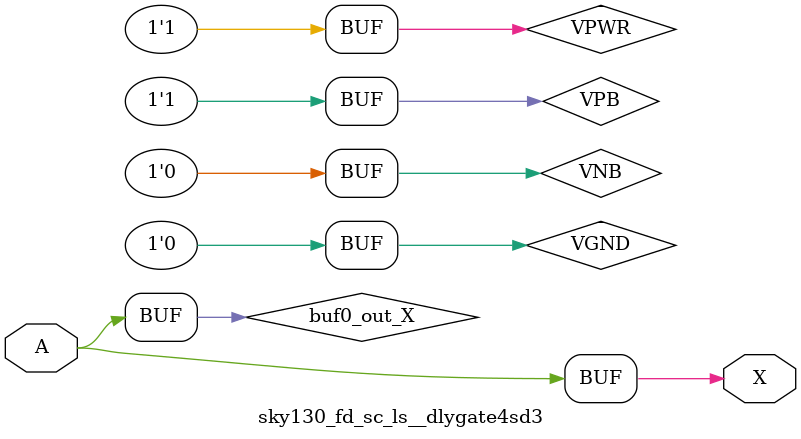
<source format=v>
/*
 * Copyright 2020 The SkyWater PDK Authors
 *
 * Licensed under the Apache License, Version 2.0 (the "License");
 * you may not use this file except in compliance with the License.
 * You may obtain a copy of the License at
 *
 *     https://www.apache.org/licenses/LICENSE-2.0
 *
 * Unless required by applicable law or agreed to in writing, software
 * distributed under the License is distributed on an "AS IS" BASIS,
 * WITHOUT WARRANTIES OR CONDITIONS OF ANY KIND, either express or implied.
 * See the License for the specific language governing permissions and
 * limitations under the License.
 *
 * SPDX-License-Identifier: Apache-2.0
*/


`ifndef SKY130_FD_SC_LS__DLYGATE4SD3_TIMING_V
`define SKY130_FD_SC_LS__DLYGATE4SD3_TIMING_V

/**
 * dlygate4sd3: Delay Buffer 4-stage 0.50um length inner stage gates.
 *
 * Verilog simulation timing model.
 */

`timescale 1ns / 1ps
`default_nettype none

`celldefine
module sky130_fd_sc_ls__dlygate4sd3 (
    X,
    A
);

    // Module ports
    output X;
    input  A;

    // Module supplies
    supply1 VPWR;
    supply0 VGND;
    supply1 VPB ;
    supply0 VNB ;

    // Local signals
    wire buf0_out_X;

    //  Name  Output      Other arguments
    buf buf0 (buf0_out_X, A              );
    buf buf1 (X         , buf0_out_X     );

endmodule
`endcelldefine

`default_nettype wire
`endif  // SKY130_FD_SC_LS__DLYGATE4SD3_TIMING_V

</source>
